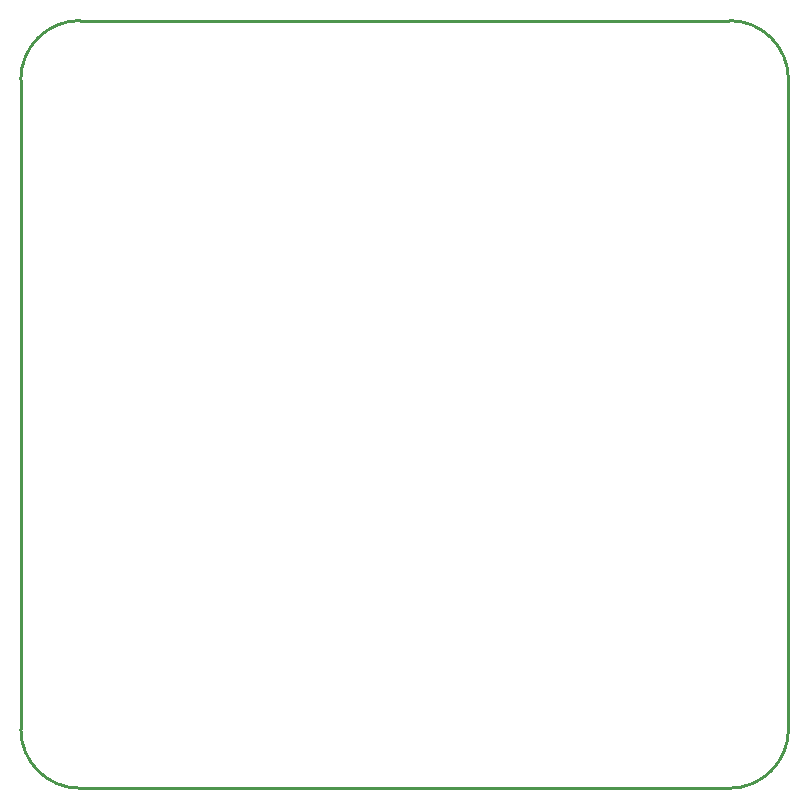
<source format=gko>
G04 Layer: BoardOutlineLayer*
G04 EasyEDA v6.5.51, 2025-10-20 22:37:19*
G04 00cfa3d97b714e56bb817cb7b1a422d8,12abd119770744df9ef097ef44d34389,10*
G04 Gerber Generator version 0.2*
G04 Scale: 100 percent, Rotated: No, Reflected: No *
G04 Dimensions in millimeters *
G04 leading zeros omitted , absolute positions ,4 integer and 5 decimal *
%FSLAX45Y45*%
%MOMM*%

%ADD10C,0.2540*%
%ADD11C,0.0143*%
D10*
X0Y-5999987D02*
G01*
X0Y-499998D01*
X5999988Y-6499987D02*
G01*
X499998Y-6499987D01*
X6499986Y-499998D02*
G01*
X6499986Y-5999987D01*
X499998Y0D02*
G01*
X5999988Y0D01*
G75*
G01*
X5999988Y0D02*
G02*
X6499987Y-499999I0J-499999D01*
G75*
G01*
X6499987Y-5999988D02*
G02*
X5999988Y-6499987I-499999J0D01*
G75*
G01*
X499999Y-6499987D02*
G02*
X0Y-5999988I0J499999D01*
G75*
G01*
X0Y-499999D02*
G02*
X499999Y0I499999J0D01*

%LPD*%
M02*

</source>
